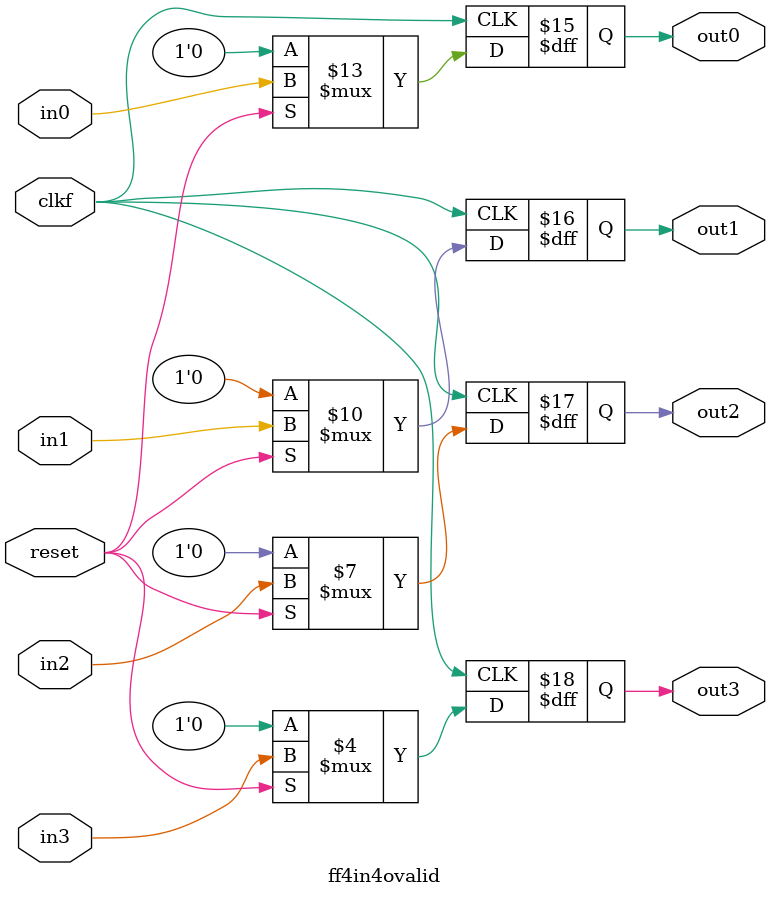
<source format=v>


  module ff4in4ovalid(
      input wire clkf,
      input wire reset,
      // Inputs, are 4
      input wire  in0,
      input wire  in1,
      input wire  in2,
      input wire  in3,
      // Outputs, are 4
      output reg  out0,
      output reg  out1,
      output reg  out2,
      output reg  out3
  );
  // Each positive edge of the clock make these changes
  always @(posedge clkf)
  //If this happens on a positive edge of the clock, make the following changes for the next clock edge
  begin
    // Reset synchronous
    if (reset == 0) // If reset in LOW nonblobking assing zero
    begin
      out0 <= 0;
      out1 <= 0;
      out2 <= 0;
      out3 <= 0;
    end // end if
    else begin // reset  == 1
      out0 <= in0;
      out1 <= in1;
      out2 <= in2;
      out3 <= in3;
    end // end else
  end // end always posedge clk

endmodule

</source>
